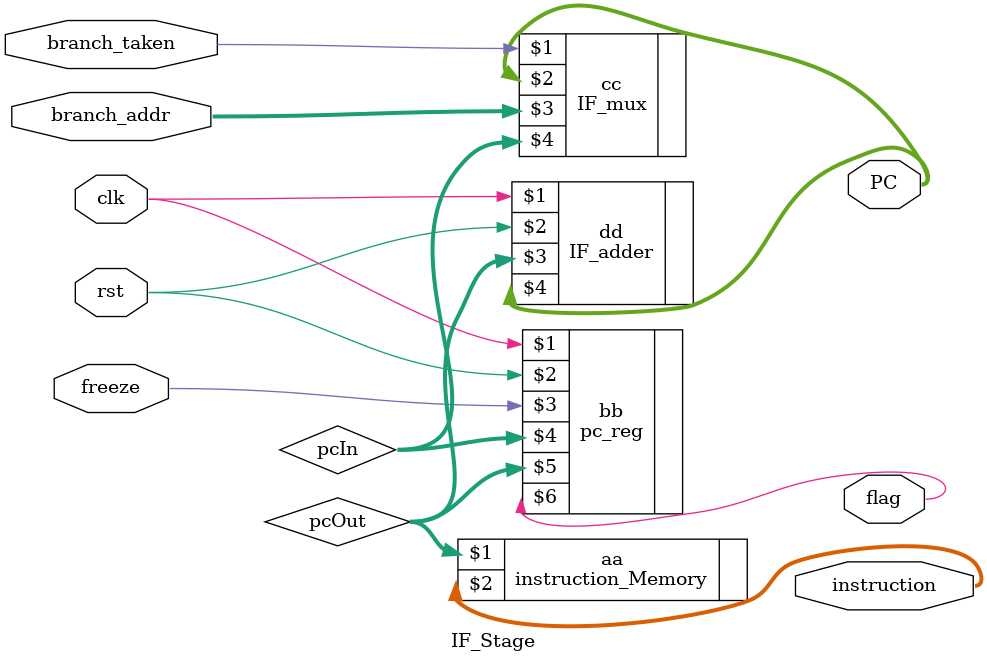
<source format=v>
module IF_Stage (
    input clk,
    input rst,
    input freeze,
    input branch_taken,
    input [31:0] branch_addr,
    output  [31:0] PC,
    output  [31:0] instruction,
    output flag
);
    wire [31:0] pcOut,pcIn; 
    
    instruction_Memory aa(pcOut,instruction);
    pc_reg bb(clk,rst,freeze,pcIn,pcOut,flag);
    IF_mux cc(branch_taken,PC,branch_addr,pcIn);
    IF_adder dd(clk,rst,pcOut,PC);
    
endmodule
</source>
